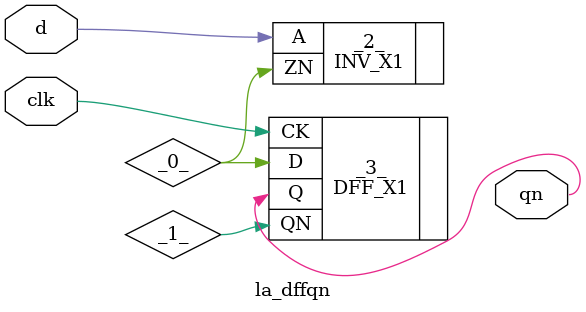
<source format=v>

/* Generated by Yosys 0.37 (git sha1 a5c7f69ed, clang 14.0.0-1ubuntu1.1 -fPIC -Os) */

module la_dffqn(d, clk, qn);
  wire _0_;
  wire _1_;
  input clk;
  wire clk;
  input d;
  wire d;
  output qn;
  wire qn;
  INV_X1 _2_ (
    .A(d),
    .ZN(_0_)
  );
  DFF_X1 _3_ (
    .CK(clk),
    .D(_0_),
    .Q(qn),
    .QN(_1_)
  );
endmodule

</source>
